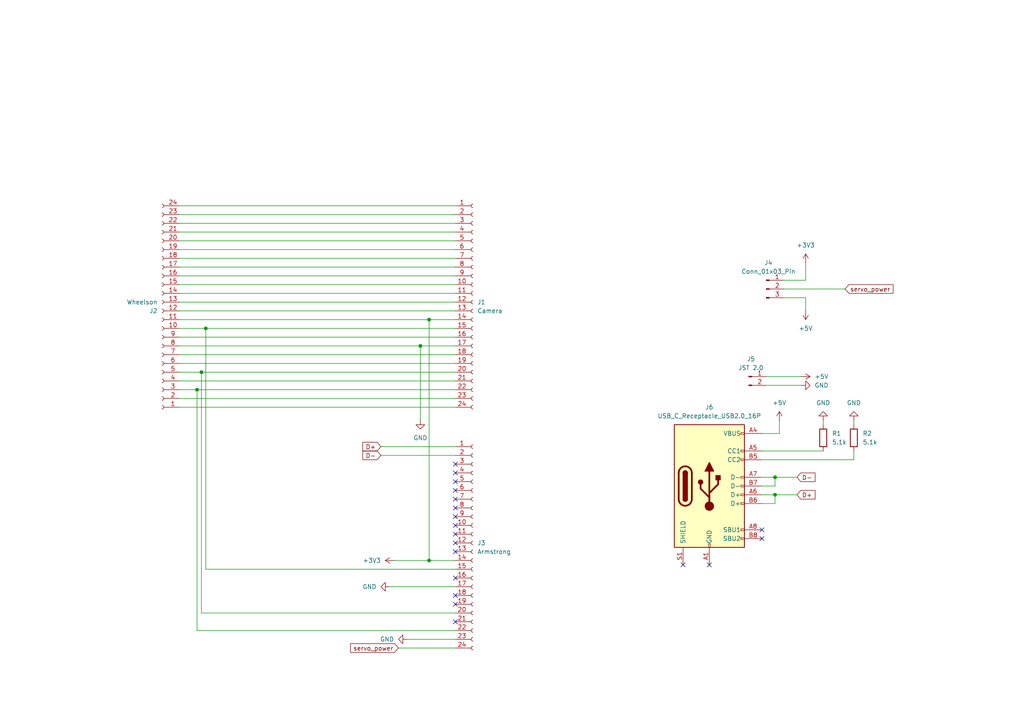
<source format=kicad_sch>
(kicad_sch (version 20231120) (generator "eeschema") (generator_version "8.0")
  (paper "A4")
  (lib_symbols
    (symbol "Connector:Conn_01x02_Pin" (pin_names (offset 1.016) hide)
      (property "Reference" "J" (at 0 2.54 0))
      (property "Value" "Conn_01x02_Pin" (at 0 -5.08 0))
      (symbol "Conn_01x02_Pin_1_1"
        (polyline (pts (xy 1.27 -2.54) (xy 0.8636 -2.54)) (stroke (width 0.1524)))
        (polyline (pts (xy 1.27 0) (xy 0.8636 0)) (stroke (width 0.1524)))
        (rectangle (start 0.8636 -2.413) (end 0 -2.667) (stroke (width 0.1524)) (fill (type outline)))
        (rectangle (start 0.8636 0.127) (end 0 -0.127) (stroke (width 0.1524)) (fill (type outline)))
        (pin passive line (at 5.08 0 180) (length 3.81) (name "Pin_1") (number "1"))
        (pin passive line (at 5.08 -2.54 180) (length 3.81) (name "Pin_2") (number "2"))
      )
    )
    (symbol "Connector:Conn_01x03_Pin" (pin_names (offset 1.016) hide)
      (property "Reference" "J" (at 0 5.08 0))
      (property "Value" "Conn_01x03_Pin" (at 0 -5.08 0))
      (symbol "Conn_01x03_Pin_1_1"
        (polyline (pts (xy 1.27 -2.54) (xy 0.8636 -2.54)) (stroke (width 0.1524)))
        (polyline (pts (xy 1.27 0) (xy 0.8636 0)) (stroke (width 0.1524)))
        (polyline (pts (xy 1.27 2.54) (xy 0.8636 2.54)) (stroke (width 0.1524)))
        (rectangle (start 0.8636 -2.413) (end 0 -2.667) (stroke (width 0.1524)) (fill (type outline)))
        (rectangle (start 0.8636 0.127) (end 0 -0.127) (stroke (width 0.1524)) (fill (type outline)))
        (rectangle (start 0.8636 2.667) (end 0 2.413) (stroke (width 0.1524)) (fill (type outline)))
        (pin passive line (at 5.08 2.54 180) (length 3.81) (name "Pin_1") (number "1"))
        (pin passive line (at 5.08 0 180) (length 3.81) (name "Pin_2") (number "2"))
        (pin passive line (at 5.08 -2.54 180) (length 3.81) (name "Pin_3") (number "3"))
      )
    )
    (symbol "Connector:Conn_01x24_Socket" (pin_names (offset 1.016) hide)
      (property "Reference" "J" (at 0 30.48 0))
      (property "Value" "Conn_01x24_Socket" (at 0 -33.02 0))
      (symbol "Conn_01x24_Socket_1_1"
        (arc (start 0 -29.972) (mid -0.5058 -30.48) (end 0 -30.988) (stroke (width 0.1524)))
        (arc (start 0 -27.432) (mid -0.5058 -27.94) (end 0 -28.448) (stroke (width 0.1524)))
        (arc (start 0 -24.892) (mid -0.5058 -25.4) (end 0 -25.908) (stroke (width 0.1524)))
        (arc (start 0 -22.352) (mid -0.5058 -22.86) (end 0 -23.368) (stroke (width 0.1524)))
        (arc (start 0 -19.812) (mid -0.5058 -20.32) (end 0 -20.828) (stroke (width 0.1524)))
        (arc (start 0 -17.272) (mid -0.5058 -17.78) (end 0 -18.288) (stroke (width 0.1524)))
        (arc (start 0 -14.732) (mid -0.5058 -15.24) (end 0 -15.748) (stroke (width 0.1524)))
        (arc (start 0 -12.192) (mid -0.5058 -12.7) (end 0 -13.208) (stroke (width 0.1524)))
        (arc (start 0 -9.652) (mid -0.5058 -10.16) (end 0 -10.668) (stroke (width 0.1524)))
        (arc (start 0 -7.112) (mid -0.5058 -7.62) (end 0 -8.128) (stroke (width 0.1524)))
        (arc (start 0 -4.572) (mid -0.5058 -5.08) (end 0 -5.588) (stroke (width 0.1524)))
        (arc (start 0 -2.032) (mid -0.5058 -2.54) (end 0 -3.048) (stroke (width 0.1524)))
        (polyline (pts (xy -1.27 -30.48) (xy -0.508 -30.48)) (stroke (width 0.1524)))
        (polyline (pts (xy -1.27 -27.94) (xy -0.508 -27.94)) (stroke (width 0.1524)))
        (polyline (pts (xy -1.27 -25.4) (xy -0.508 -25.4)) (stroke (width 0.1524)))
        (polyline (pts (xy -1.27 -22.86) (xy -0.508 -22.86)) (stroke (width 0.1524)))
        (polyline (pts (xy -1.27 -20.32) (xy -0.508 -20.32)) (stroke (width 0.1524)))
        (polyline (pts (xy -1.27 -17.78) (xy -0.508 -17.78)) (stroke (width 0.1524)))
        (polyline (pts (xy -1.27 -15.24) (xy -0.508 -15.24)) (stroke (width 0.1524)))
        (polyline (pts (xy -1.27 -12.7) (xy -0.508 -12.7)) (stroke (width 0.1524)))
        (polyline (pts (xy -1.27 -10.16) (xy -0.508 -10.16)) (stroke (width 0.1524)))
        (polyline (pts (xy -1.27 -7.62) (xy -0.508 -7.62)) (stroke (width 0.1524)))
        (polyline (pts (xy -1.27 -5.08) (xy -0.508 -5.08)) (stroke (width 0.1524)))
        (polyline (pts (xy -1.27 -2.54) (xy -0.508 -2.54)) (stroke (width 0.1524)))
        (polyline (pts (xy -1.27 0) (xy -0.508 0)) (stroke (width 0.1524)))
        (polyline (pts (xy -1.27 2.54) (xy -0.508 2.54)) (stroke (width 0.1524)))
        (polyline (pts (xy -1.27 5.08) (xy -0.508 5.08)) (stroke (width 0.1524)))
        (polyline (pts (xy -1.27 7.62) (xy -0.508 7.62)) (stroke (width 0.1524)))
        (polyline (pts (xy -1.27 10.16) (xy -0.508 10.16)) (stroke (width 0.1524)))
        (polyline (pts (xy -1.27 12.7) (xy -0.508 12.7)) (stroke (width 0.1524)))
        (polyline (pts (xy -1.27 15.24) (xy -0.508 15.24)) (stroke (width 0.1524)))
        (polyline (pts (xy -1.27 17.78) (xy -0.508 17.78)) (stroke (width 0.1524)))
        (polyline (pts (xy -1.27 20.32) (xy -0.508 20.32)) (stroke (width 0.1524)))
        (polyline (pts (xy -1.27 22.86) (xy -0.508 22.86)) (stroke (width 0.1524)))
        (polyline (pts (xy -1.27 25.4) (xy -0.508 25.4)) (stroke (width 0.1524)))
        (polyline (pts (xy -1.27 27.94) (xy -0.508 27.94)) (stroke (width 0.1524)))
        (arc (start 0 0.508) (mid -0.5058 0) (end 0 -0.508) (stroke (width 0.1524)))
        (arc (start 0 3.048) (mid -0.5058 2.54) (end 0 2.032) (stroke (width 0.1524)))
        (arc (start 0 5.588) (mid -0.5058 5.08) (end 0 4.572) (stroke (width 0.1524)))
        (arc (start 0 8.128) (mid -0.5058 7.62) (end 0 7.112) (stroke (width 0.1524)))
        (arc (start 0 10.668) (mid -0.5058 10.16) (end 0 9.652) (stroke (width 0.1524)))
        (arc (start 0 13.208) (mid -0.5058 12.7) (end 0 12.192) (stroke (width 0.1524)))
        (arc (start 0 15.748) (mid -0.5058 15.24) (end 0 14.732) (stroke (width 0.1524)))
        (arc (start 0 18.288) (mid -0.5058 17.78) (end 0 17.272) (stroke (width 0.1524)))
        (arc (start 0 20.828) (mid -0.5058 20.32) (end 0 19.812) (stroke (width 0.1524)))
        (arc (start 0 23.368) (mid -0.5058 22.86) (end 0 22.352) (stroke (width 0.1524)))
        (arc (start 0 25.908) (mid -0.5058 25.4) (end 0 24.892) (stroke (width 0.1524)))
        (arc (start 0 28.448) (mid -0.5058 27.94) (end 0 27.432) (stroke (width 0.1524)))
        (pin passive line (at -5.08 27.94 0) (length 3.81) (name "Pin_1") (number "1"))
        (pin passive line (at -5.08 5.08 0) (length 3.81) (name "Pin_10") (number "10"))
        (pin passive line (at -5.08 2.54 0) (length 3.81) (name "Pin_11") (number "11"))
        (pin passive line (at -5.08 0 0) (length 3.81) (name "Pin_12") (number "12"))
        (pin passive line (at -5.08 -2.54 0) (length 3.81) (name "Pin_13") (number "13"))
        (pin passive line (at -5.08 -5.08 0) (length 3.81) (name "Pin_14") (number "14"))
        (pin passive line (at -5.08 -7.62 0) (length 3.81) (name "Pin_15") (number "15"))
        (pin passive line (at -5.08 -10.16 0) (length 3.81) (name "Pin_16") (number "16"))
        (pin passive line (at -5.08 -12.7 0) (length 3.81) (name "Pin_17") (number "17"))
        (pin passive line (at -5.08 -15.24 0) (length 3.81) (name "Pin_18") (number "18"))
        (pin passive line (at -5.08 -17.78 0) (length 3.81) (name "Pin_19") (number "19"))
        (pin passive line (at -5.08 25.4 0) (length 3.81) (name "Pin_2") (number "2"))
        (pin passive line (at -5.08 -20.32 0) (length 3.81) (name "Pin_20") (number "20"))
        (pin passive line (at -5.08 -22.86 0) (length 3.81) (name "Pin_21") (number "21"))
        (pin passive line (at -5.08 -25.4 0) (length 3.81) (name "Pin_22") (number "22"))
        (pin passive line (at -5.08 -27.94 0) (length 3.81) (name "Pin_23") (number "23"))
        (pin passive line (at -5.08 -30.48 0) (length 3.81) (name "Pin_24") (number "24"))
        (pin passive line (at -5.08 22.86 0) (length 3.81) (name "Pin_3") (number "3"))
        (pin passive line (at -5.08 20.32 0) (length 3.81) (name "Pin_4") (number "4"))
        (pin passive line (at -5.08 17.78 0) (length 3.81) (name "Pin_5") (number "5"))
        (pin passive line (at -5.08 15.24 0) (length 3.81) (name "Pin_6") (number "6"))
        (pin passive line (at -5.08 12.7 0) (length 3.81) (name "Pin_7") (number "7"))
        (pin passive line (at -5.08 10.16 0) (length 3.81) (name "Pin_8") (number "8"))
        (pin passive line (at -5.08 7.62 0) (length 3.81) (name "Pin_9") (number "9"))
      )
    )
    (symbol "Connector:USB_C_Receptacle_USB2.0_16P" (pin_names (offset 1.016))
      (property "Reference" "J" (at 0 22.225 0))
      (property "Value" "USB_C_Receptacle_USB2.0_16P" (at 0 19.685 0))
      (symbol "USB_C_Receptacle_USB2.0_16P_0_0"
        (rectangle (start -0.254 -17.78) (end 0.254 -16.764))
        (rectangle (start 10.16 -14.986) (end 9.144 -15.494))
        (rectangle (start 10.16 -12.446) (end 9.144 -12.954))
        (rectangle (start 10.16 -4.826) (end 9.144 -5.334))
        (rectangle (start 10.16 -2.286) (end 9.144 -2.794))
        (rectangle (start 10.16 0.254) (end 9.144 -0.254))
        (rectangle (start 10.16 2.794) (end 9.144 2.286))
        (rectangle (start 10.16 7.874) (end 9.144 7.366))
        (rectangle (start 10.16 10.414) (end 9.144 9.906))
        (rectangle (start 10.16 15.494) (end 9.144 14.986))
      )
      (symbol "USB_C_Receptacle_USB2.0_16P_0_1"
        (rectangle (start -10.16 17.78) (end 10.16 -17.78) (stroke (width 0.254)) (fill (type background)))
        (arc (start -8.89 -3.81) (mid -6.985 -5.7067) (end -5.08 -3.81) (stroke (width 0.508)))
        (arc (start -7.62 -3.81) (mid -6.985 -4.4423) (end -6.35 -3.81) (stroke (width 0.254)))
        (arc (start -7.62 -3.81) (mid -6.985 -4.4423) (end -6.35 -3.81) (stroke (width 0.254)) (fill (type outline)))
        (rectangle (start -7.62 -3.81) (end -6.35 3.81) (stroke (width 0.254)) (fill (type outline)))
        (arc (start -6.35 3.81) (mid -6.985 4.4423) (end -7.62 3.81) (stroke (width 0.254)))
        (arc (start -6.35 3.81) (mid -6.985 4.4423) (end -7.62 3.81) (stroke (width 0.254)) (fill (type outline)))
        (arc (start -5.08 3.81) (mid -6.985 5.7067) (end -8.89 3.81) (stroke (width 0.508)))
        (circle (center -2.54 1.143) (radius 0.635) (stroke (width 0.254)) (fill (type outline)))
        (circle (center 0 -5.842) (radius 1.27) (fill (type outline)))
        (polyline (pts (xy -8.89 -3.81) (xy -8.89 3.81)) (stroke (width 0.508)))
        (polyline (pts (xy -5.08 3.81) (xy -5.08 -3.81)) (stroke (width 0.508)))
        (polyline (pts (xy 0 -5.842) (xy 0 4.318)) (stroke (width 0.508)))
        (polyline (pts (xy 0 -3.302) (xy -2.54 -0.762) (xy -2.54 0.508)) (stroke (width 0.508)))
        (polyline (pts (xy 0 -2.032) (xy 2.54 0.508) (xy 2.54 1.778)) (stroke (width 0.508)))
        (polyline (pts (xy -1.27 4.318) (xy 0 6.858) (xy 1.27 4.318) (xy -1.27 4.318)) (stroke (width 0.254)) (fill (type outline)))
        (rectangle (start 1.905 1.778) (end 3.175 3.048) (stroke (width 0.254)) (fill (type outline)))
      )
      (symbol "USB_C_Receptacle_USB2.0_16P_1_1"
        (pin passive line (at 0 -22.86 90) (length 5.08) (name "GND") (number "A1"))
        (pin passive line (at 0 -22.86 90) (length 5.08) hide (name "GND") (number "A12"))
        (pin passive line (at 15.24 15.24 180) (length 5.08) (name "VBUS") (number "A4"))
        (pin bidirectional line (at 15.24 10.16 180) (length 5.08) (name "CC1") (number "A5"))
        (pin bidirectional line (at 15.24 -2.54 180) (length 5.08) (name "D+") (number "A6"))
        (pin bidirectional line (at 15.24 2.54 180) (length 5.08) (name "D-") (number "A7"))
        (pin bidirectional line (at 15.24 -12.7 180) (length 5.08) (name "SBU1") (number "A8"))
        (pin passive line (at 15.24 15.24 180) (length 5.08) hide (name "VBUS") (number "A9"))
        (pin passive line (at 0 -22.86 90) (length 5.08) hide (name "GND") (number "B1"))
        (pin passive line (at 0 -22.86 90) (length 5.08) hide (name "GND") (number "B12"))
        (pin passive line (at 15.24 15.24 180) (length 5.08) hide (name "VBUS") (number "B4"))
        (pin bidirectional line (at 15.24 7.62 180) (length 5.08) (name "CC2") (number "B5"))
        (pin bidirectional line (at 15.24 -5.08 180) (length 5.08) (name "D+") (number "B6"))
        (pin bidirectional line (at 15.24 0 180) (length 5.08) (name "D-") (number "B7"))
        (pin bidirectional line (at 15.24 -15.24 180) (length 5.08) (name "SBU2") (number "B8"))
        (pin passive line (at 15.24 15.24 180) (length 5.08) hide (name "VBUS") (number "B9"))
        (pin passive line (at -7.62 -22.86 90) (length 5.08) (name "SHIELD") (number "S1"))
      )
    )
    (symbol "Device:R" (pin_numbers hide) (pin_names (offset 0))
      (property "Reference" "R" (at 2.032 0 90))
      (property "Value" "R" (at 0 0 90))
      (symbol "R_0_1"
        (rectangle (start -1.016 -2.54) (end 1.016 2.54) (stroke (width 0.254)))
      )
      (symbol "R_1_1"
        (pin passive line (at 0 3.81 270) (length 1.27) (name "~") (number "1"))
        (pin passive line (at 0 -3.81 90) (length 1.27) (name "~") (number "2"))
      )
    )
    (symbol "power:+3V3" (power) (pin_numbers hide) (pin_names (offset 0) hide)
      (property "Value" "+3V3" (at 0 3.556 0))
      (symbol "+3V3_0_1"
        (polyline (pts (xy -0.762 1.27) (xy 0 2.54)))
        (polyline (pts (xy 0 0) (xy 0 2.54)))
        (polyline (pts (xy 0 2.54) (xy 0.762 1.27)))
      )
      (symbol "+3V3_1_1"
        (pin power_in line (at 0 0 90) (length 0) (name "~") (number "1"))
      )
    )
    (symbol "power:+5V" (power) (pin_numbers hide) (pin_names (offset 0) hide)
      (property "Value" "+5V" (at 0 3.556 0))
      (symbol "+5V_0_1"
        (polyline (pts (xy -0.762 1.27) (xy 0 2.54)))
        (polyline (pts (xy 0 0) (xy 0 2.54)))
        (polyline (pts (xy 0 2.54) (xy 0.762 1.27)))
      )
      (symbol "+5V_1_1"
        (pin power_in line (at 0 0 90) (length 0) (name "~") (number "1"))
      )
    )
    (symbol "power:GND" (power) (pin_numbers hide) (pin_names (offset 0) hide)
      (property "Value" "GND" (at 0 -3.81 0))
      (symbol "GND_0_1"
        (polyline (pts (xy 0 0) (xy 0 -1.27) (xy 1.27 -1.27) (xy 0 -2.54) (xy -1.27 -1.27) (xy 0 -1.27)))
      )
      (symbol "GND_1_1"
        (pin power_in line (at 0 0 270) (length 0) (name "~") (number "1"))
      )
    )
  )
  (junction (at 57.15 113.03))
  (junction (at 224.79 138.43))
  (junction (at 124.46 162.56))
  (junction (at 224.79 143.51))
  (junction (at 59.69 95.25))
  (junction (at 121.92 100.33))
  (junction (at 58.42 107.95))
  (junction (at 124.46 92.71))
  (no_connect (at 132.08 152.4))
  (no_connect (at 132.08 180.34))
  (no_connect (at 205.74 163.83))
  (no_connect (at 220.98 156.21))
  (no_connect (at 132.08 172.72))
  (no_connect (at 132.08 154.94))
  (no_connect (at 132.08 139.7))
  (no_connect (at 132.08 137.16))
  (no_connect (at 132.08 149.86))
  (no_connect (at 132.08 142.24))
  (no_connect (at 132.08 134.62))
  (no_connect (at 220.98 153.67))
  (no_connect (at 132.08 175.26))
  (no_connect (at 132.08 147.32))
  (no_connect (at 132.08 157.48))
  (no_connect (at 132.08 167.64))
  (no_connect (at 132.08 144.78))
  (no_connect (at 132.08 160.02))
  (no_connect (at 198.12 163.83))
  (wire (pts (xy 52.07 69.85) (xy 132.08 69.85)))
  (wire (pts (xy 220.98 125.73) (xy 226.06 125.73)))
  (wire (pts (xy 52.07 105.41) (xy 132.08 105.41)))
  (wire (pts (xy 52.07 113.03) (xy 57.15 113.03)))
  (wire (pts (xy 220.98 133.35) (xy 247.65 133.35)))
  (wire (pts (xy 52.07 80.01) (xy 132.08 80.01)))
  (wire (pts (xy 247.65 121.92) (xy 247.65 123.19)))
  (wire (pts (xy 57.15 113.03) (xy 57.15 182.88)))
  (wire (pts (xy 232.41 111.76) (xy 222.25 111.76)))
  (wire (pts (xy 233.68 76.2) (xy 233.68 81.28)))
  (wire (pts (xy 118.11 185.42) (xy 132.08 185.42)))
  (wire (pts (xy 52.07 97.79) (xy 132.08 97.79)))
  (wire (pts (xy 113.03 170.18) (xy 132.08 170.18)))
  (wire (pts (xy 57.15 182.88) (xy 132.08 182.88)))
  (wire (pts (xy 220.98 138.43) (xy 224.79 138.43)))
  (wire (pts (xy 220.98 140.97) (xy 224.79 140.97)))
  (wire (pts (xy 121.92 100.33) (xy 121.92 121.92)))
  (wire (pts (xy 224.79 140.97) (xy 224.79 138.43)))
  (wire (pts (xy 52.07 87.63) (xy 132.08 87.63)))
  (wire (pts (xy 52.07 64.77) (xy 132.08 64.77)))
  (wire (pts (xy 52.07 102.87) (xy 132.08 102.87)))
  (wire (pts (xy 57.15 113.03) (xy 132.08 113.03)))
  (wire (pts (xy 220.98 146.05) (xy 224.79 146.05)))
  (wire (pts (xy 224.79 146.05) (xy 224.79 143.51)))
  (wire (pts (xy 115.57 187.96) (xy 132.08 187.96)))
  (wire (pts (xy 226.06 125.73) (xy 226.06 121.92)))
  (wire (pts (xy 52.07 77.47) (xy 132.08 77.47)))
  (wire (pts (xy 52.07 95.25) (xy 59.69 95.25)))
  (wire (pts (xy 59.69 95.25) (xy 132.08 95.25)))
  (wire (pts (xy 227.33 83.82) (xy 245.11 83.82)))
  (wire (pts (xy 124.46 92.71) (xy 132.08 92.71)))
  (wire (pts (xy 52.07 62.23) (xy 132.08 62.23)))
  (wire (pts (xy 59.69 95.25) (xy 59.69 165.1)))
  (wire (pts (xy 121.92 100.33) (xy 132.08 100.33)))
  (wire (pts (xy 124.46 162.56) (xy 132.08 162.56)))
  (wire (pts (xy 220.98 143.51) (xy 224.79 143.51)))
  (wire (pts (xy 114.3 162.56) (xy 124.46 162.56)))
  (wire (pts (xy 233.68 81.28) (xy 227.33 81.28)))
  (wire (pts (xy 52.07 100.33) (xy 121.92 100.33)))
  (wire (pts (xy 52.07 59.69) (xy 132.08 59.69)))
  (wire (pts (xy 58.42 107.95) (xy 58.42 177.8)))
  (wire (pts (xy 52.07 72.39) (xy 132.08 72.39)))
  (wire (pts (xy 220.98 130.81) (xy 238.76 130.81)))
  (wire (pts (xy 52.07 74.93) (xy 132.08 74.93)))
  (wire (pts (xy 227.33 86.36) (xy 233.68 86.36)))
  (wire (pts (xy 238.76 121.92) (xy 238.76 123.19)))
  (wire (pts (xy 52.07 90.17) (xy 132.08 90.17)))
  (wire (pts (xy 110.49 129.54) (xy 132.08 129.54)))
  (wire (pts (xy 52.07 85.09) (xy 132.08 85.09)))
  (wire (pts (xy 232.41 109.22) (xy 222.25 109.22)))
  (wire (pts (xy 52.07 115.57) (xy 132.08 115.57)))
  (wire (pts (xy 52.07 92.71) (xy 124.46 92.71)))
  (wire (pts (xy 52.07 82.55) (xy 132.08 82.55)))
  (wire (pts (xy 233.68 86.36) (xy 233.68 90.17)))
  (wire (pts (xy 224.79 143.51) (xy 231.14 143.51)))
  (wire (pts (xy 58.42 107.95) (xy 132.08 107.95)))
  (wire (pts (xy 52.07 118.11) (xy 132.08 118.11)))
  (wire (pts (xy 52.07 107.95) (xy 58.42 107.95)))
  (wire (pts (xy 58.42 177.8) (xy 132.08 177.8)))
  (wire (pts (xy 52.07 67.31) (xy 132.08 67.31)))
  (wire (pts (xy 52.07 110.49) (xy 132.08 110.49)))
  (wire (pts (xy 110.49 132.08) (xy 132.08 132.08)))
  (wire (pts (xy 224.79 138.43) (xy 231.14 138.43)))
  (wire (pts (xy 59.69 165.1) (xy 132.08 165.1)))
  (wire (pts (xy 247.65 133.35) (xy 247.65 130.81)))
  (wire (pts (xy 124.46 92.71) (xy 124.46 162.56)))
  (global_label "D+" (shape input) (at 231.14 143.51 0) (property "Intersheetrefs" "${INTERSHEET_REFS}" (effects (hide yes))))
  (global_label "D-" (shape input) (at 231.14 138.43 0) (property "Intersheetrefs" "${INTERSHEET_REFS}" (effects (hide yes))))
  (global_label "D-" (shape input) (at 110.49 132.08 180) (property "Intersheetrefs" "${INTERSHEET_REFS}" (effects (hide yes))))
  (global_label "servo_power" (shape input) (at 115.57 187.96 180) (property "Intersheetrefs" "${INTERSHEET_REFS}" (effects (hide yes))))
  (global_label "servo_power" (shape input) (at 245.11 83.82 0) (property "Intersheetrefs" "${INTERSHEET_REFS}" (effects (hide yes))))
  (global_label "D+" (shape input) (at 110.49 129.54 180) (property "Intersheetrefs" "${INTERSHEET_REFS}" (effects (hide yes))))
  (symbol (lib_id "power:GND") (at 121.92 121.92 0) (unit 1)
    (property "Reference" "#PWR07" (effects (hide yes)))
    (property "Value" "GND" (at 121.92 127 0))
    (property "Description" "Power symbol creates a global label with name \"GND\" , ground" (effects (hide yes)))
  )
  (symbol (lib_id "power:GND") (at 118.11 185.42 270) (unit 1)
    (property "Reference" "#PWR06" (effects (hide yes)))
    (property "Value" "GND" (at 114.3 185.4199 90) (effects (justify right)))
    (property "Description" "Power symbol creates a global label with name \"GND\" , ground" (effects (hide yes)))
  )
  (symbol (lib_id "power:+5V") (at 233.68 90.17 180) (unit 1)
    (property "Reference" "#PWR05" (effects (hide yes)))
    (property "Value" "+5V" (at 233.68 95.25 0))
    (property "Description" "Power symbol creates a global label with name \"+5V\"" (effects (hide yes)))
  )
  (symbol (lib_id "power:+5V") (at 232.41 109.22 270) (unit 1)
    (property "Reference" "#PWR011" (effects (hide yes)))
    (property "Value" "+5V" (at 236.22 109.2199 90) (effects (justify left)))
    (property "Description" "Power symbol creates a global label with name \"+5V\"" (effects (hide yes)))
  )
  (symbol (lib_id "power:GND") (at 238.76 121.92 180) (unit 1)
    (property "Reference" "#PWR02" (effects (hide yes)))
    (property "Value" "GND" (at 238.76 116.84 0))
    (property "Description" "Power symbol creates a global label with name \"GND\" , ground" (effects (hide yes)))
  )
  (symbol (lib_id "Connector:Conn_01x24_Socket") (at 137.16 157.48 0) (unit 1)
    (property "Reference" "J3" (at 138.43 157.4799 0) (effects (justify left)))
    (property "Value" "Armstrong" (at 138.43 160.0199 0) (effects (justify left)))
    (property "Footprint" "Connector_FFC-FPC:Molex_502231-2400_1x24-1SH_P0.5mm_Vertical" (effects (hide yes)))
    (property "Description" "Generic connector, single row, 01x24, script generated" (effects (hide yes)))
  )
  (symbol (lib_id "power:+3V3") (at 114.3 162.56 90) (unit 1)
    (property "Reference" "#PWR09" (effects (hide yes)))
    (property "Value" "+3V3" (at 110.49 162.5599 90) (effects (justify left)))
    (property "Description" "Power symbol creates a global label with name \"+3V3\"" (effects (hide yes)))
  )
  (symbol (lib_id "power:GND") (at 232.41 111.76 90) (unit 1)
    (property "Reference" "#PWR010" (effects (hide yes)))
    (property "Value" "GND" (at 236.22 111.7599 90) (effects (justify right)))
    (property "Description" "Power symbol creates a global label with name \"GND\" , ground" (effects (hide yes)))
  )
  (symbol (lib_id "power:GND") (at 113.03 170.18 270) (unit 1)
    (property "Reference" "#PWR08" (effects (hide yes)))
    (property "Value" "GND" (at 109.22 170.1799 90) (effects (justify right)))
    (property "Description" "Power symbol creates a global label with name \"GND\" , ground" (effects (hide yes)))
  )
  (symbol (lib_id "power:GND") (at 247.65 121.92 180) (unit 1)
    (property "Reference" "#PWR03" (effects (hide yes)))
    (property "Value" "GND" (at 247.65 116.84 0))
    (property "Description" "Power symbol creates a global label with name \"GND\" , ground" (effects (hide yes)))
  )
  (symbol (lib_id "power:+5V") (at 226.06 121.92 0) (unit 1)
    (property "Reference" "#PWR01" (effects (hide yes)))
    (property "Value" "+5V" (at 226.06 116.84 0))
    (property "Description" "Power symbol creates a global label with name \"+5V\"" (effects (hide yes)))
  )
  (symbol (lib_id "Connector:Conn_01x24_Socket") (at 46.99 90.17 180) (unit 1)
    (property "Reference" "J2" (at 45.72 90.1701 0) (effects (justify left)))
    (property "Value" "Wheelson" (at 45.72 87.6301 0) (effects (justify left)))
    (property "Footprint" "Connector_FFC-FPC:Molex_502244-2430_1x24-1MP_P0.5mm_Horizontal" (effects (hide yes)))
    (property "Description" "Generic connector, single row, 01x24, script generated" (effects (hide yes)))
  )
  (symbol (lib_id "Connector:USB_C_Receptacle_USB2.0_16P") (at 205.74 140.97 0) (unit 1)
    (property "Reference" "J6" (at 205.74 118.11 0))
    (property "Value" "USB_C_Receptacle_USB2.0_16P" (at 205.74 120.65 0))
    (property "Footprint" "Connector_USB:USB_C_Receptacle_GCT_USB4105-xx-A_16P_TopMnt_Horizontal" (effects (hide yes)))
    (property "Datasheet" "https://www.usb.org/sites/default/files/documents/usb_type-c.zip" (effects (hide yes)))
    (property "Description" "USB 2.0-only 16P Type-C Receptacle connector" (effects (hide yes)))
  )
  (symbol (lib_id "Device:R") (at 247.65 127 0) (unit 1)
    (property "Reference" "R2" (at 250.19 125.7299 0) (effects (justify left)))
    (property "Value" "5.1k" (at 250.19 128.2699 0) (effects (justify left)))
    (property "Footprint" "Resistor_SMD:R_0805_2012Metric" (effects (hide yes)))
    (property "Description" "Resistor" (effects (hide yes)))
  )
  (symbol (lib_id "power:+3V3") (at 233.68 76.2 0) (unit 1)
    (property "Reference" "#PWR04" (effects (hide yes)))
    (property "Value" "+3V3" (at 233.68 71.12 0))
    (property "Description" "Power symbol creates a global label with name \"+3V3\"" (effects (hide yes)))
  )
  (symbol (lib_id "Device:R") (at 238.76 127 0) (unit 1)
    (property "Reference" "R1" (at 241.3 125.7299 0) (effects (justify left)))
    (property "Value" "5.1k" (at 241.3 128.2699 0) (effects (justify left)))
    (property "Footprint" "Resistor_SMD:R_0805_2012Metric" (effects (hide yes)))
    (property "Description" "Resistor" (effects (hide yes)))
  )
  (symbol (lib_id "Connector:Conn_01x02_Pin") (at 217.17 109.22 0) (unit 1)
    (property "Reference" "J5" (at 217.805 104.14 0))
    (property "Value" "JST 2.0" (at 217.805 106.68 0))
    (property "Footprint" "Connector_JST:JST_PH_S2B-PH-SM4-TB_1x02-1MP_P2.00mm_Horizontal" (effects (hide yes)))
    (property "Description" "Generic connector, single row, 01x02, script generated" (effects (hide yes)))
  )
  (symbol (lib_id "Connector:Conn_01x24_Socket") (at 137.16 87.63 0) (unit 1)
    (property "Reference" "J1" (at 138.43 87.6299 0) (effects (justify left)))
    (property "Value" "Camera" (at 138.43 90.1699 0) (effects (justify left)))
    (property "Footprint" "Connector_FFC-FPC:Molex_502244-2430_1x24-1MP_P0.5mm_Horizontal" (effects (hide yes)))
    (property "Description" "Generic connector, single row, 01x24, script generated" (effects (hide yes)))
  )
  (symbol (lib_id "Connector:Conn_01x03_Pin") (at 222.25 83.82 0) (unit 1)
    (property "Reference" "J4" (at 222.885 76.2 0))
    (property "Value" "Conn_01x03_Pin" (at 222.885 78.74 0))
    (property "Footprint" "Connector_PinHeader_2.54mm:PinHeader_1x03_P2.54mm_Vertical_SMD_Pin1Left" (effects (hide yes)))
    (property "Description" "Generic connector, single row, 01x03, script generated" (effects (hide yes)))
  )
)
</source>
